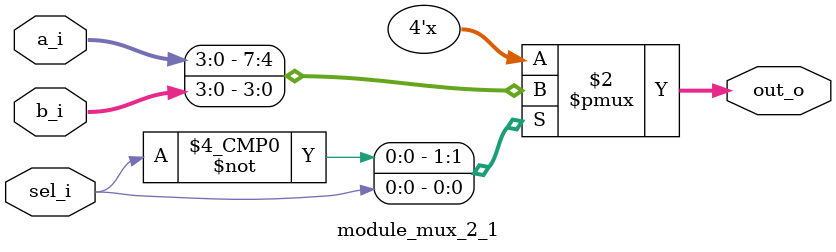
<source format=sv>
`timescale 1ns / 1ps

module module_mux_2_1 #(
    parameter BUS_WIDTH = 4  //Parametro para el ancho de los datos de entrada y salida
)(
    //Entradas
    input logic [BUS_WIDTH - 1:0]   a_i,    
    input logic [BUS_WIDTH - 1:0]   b_i,
    input logic                    sel_i,
    //Salidas
    output logic [BUS_WIDTH - 1:0]  out_o
);

    //Casos para la entrada de seleccion
    always_comb begin
        case (sel_i)
            'b0: out_o = a_i;
            'b1: out_o = b_i;
            default: out_o = '0;
        endcase
    end

endmodule

</source>
